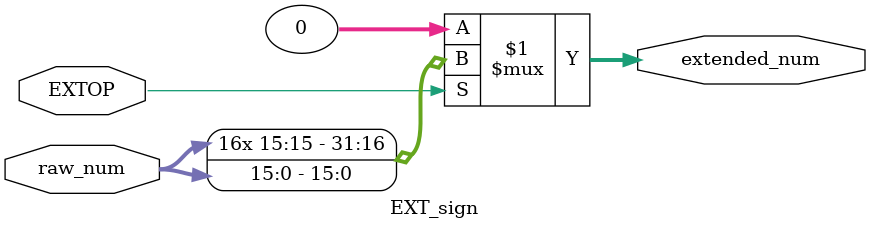
<source format=v>
`timescale 1ns / 1ps


module EXT_sign(
    output [31:0] extended_num,
    input EXTOP,
    input [15:0] raw_num
    );
    
    assign extended_num = EXTOP ? {{16{raw_num[15]}}, raw_num} : 32'b0;
endmodule

</source>
